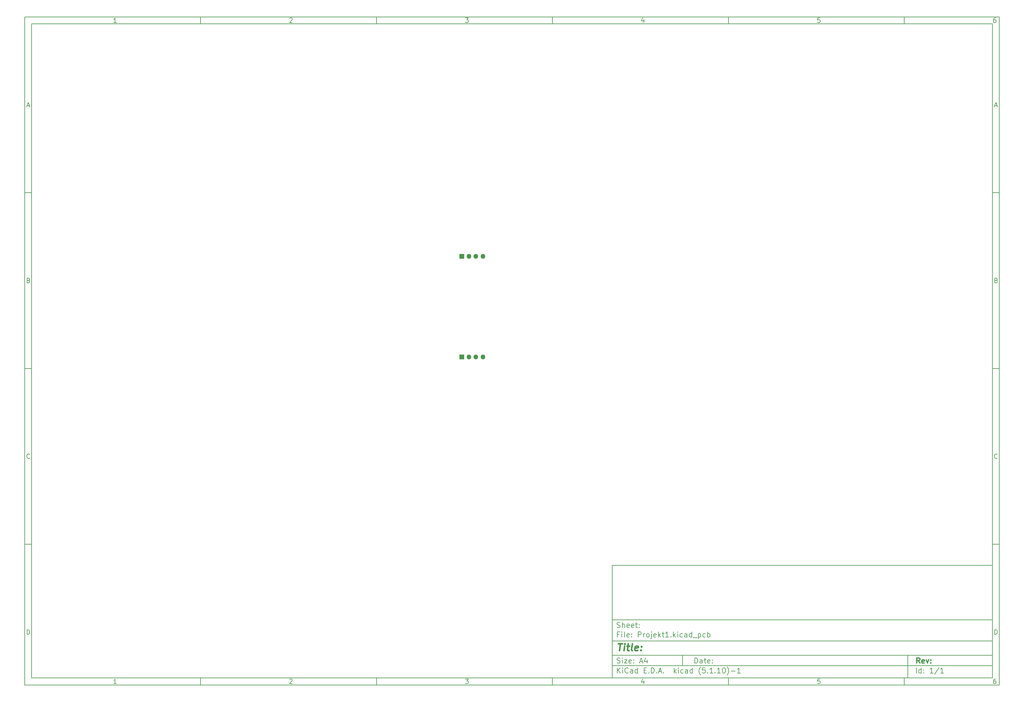
<source format=gbr>
%TF.GenerationSoftware,KiCad,Pcbnew,(5.1.10)-1*%
%TF.CreationDate,2021-11-12T10:13:00+01:00*%
%TF.ProjectId,Projekt1,50726f6a-656b-4743-912e-6b696361645f,rev?*%
%TF.SameCoordinates,Original*%
%TF.FileFunction,Soldermask,Bot*%
%TF.FilePolarity,Negative*%
%FSLAX46Y46*%
G04 Gerber Fmt 4.6, Leading zero omitted, Abs format (unit mm)*
G04 Created by KiCad (PCBNEW (5.1.10)-1) date 2021-11-12 10:13:00*
%MOMM*%
%LPD*%
G01*
G04 APERTURE LIST*
%ADD10C,0.100000*%
%ADD11C,0.150000*%
%ADD12C,0.300000*%
%ADD13C,0.400000*%
%ADD14O,1.350000X1.350000*%
%ADD15R,1.350000X1.350000*%
G04 APERTURE END LIST*
D10*
D11*
X177002200Y-166007200D02*
X177002200Y-198007200D01*
X285002200Y-198007200D01*
X285002200Y-166007200D01*
X177002200Y-166007200D01*
D10*
D11*
X10000000Y-10000000D02*
X10000000Y-200007200D01*
X287002200Y-200007200D01*
X287002200Y-10000000D01*
X10000000Y-10000000D01*
D10*
D11*
X12000000Y-12000000D02*
X12000000Y-198007200D01*
X285002200Y-198007200D01*
X285002200Y-12000000D01*
X12000000Y-12000000D01*
D10*
D11*
X60000000Y-12000000D02*
X60000000Y-10000000D01*
D10*
D11*
X110000000Y-12000000D02*
X110000000Y-10000000D01*
D10*
D11*
X160000000Y-12000000D02*
X160000000Y-10000000D01*
D10*
D11*
X210000000Y-12000000D02*
X210000000Y-10000000D01*
D10*
D11*
X260000000Y-12000000D02*
X260000000Y-10000000D01*
D10*
D11*
X36065476Y-11588095D02*
X35322619Y-11588095D01*
X35694047Y-11588095D02*
X35694047Y-10288095D01*
X35570238Y-10473809D01*
X35446428Y-10597619D01*
X35322619Y-10659523D01*
D10*
D11*
X85322619Y-10411904D02*
X85384523Y-10350000D01*
X85508333Y-10288095D01*
X85817857Y-10288095D01*
X85941666Y-10350000D01*
X86003571Y-10411904D01*
X86065476Y-10535714D01*
X86065476Y-10659523D01*
X86003571Y-10845238D01*
X85260714Y-11588095D01*
X86065476Y-11588095D01*
D10*
D11*
X135260714Y-10288095D02*
X136065476Y-10288095D01*
X135632142Y-10783333D01*
X135817857Y-10783333D01*
X135941666Y-10845238D01*
X136003571Y-10907142D01*
X136065476Y-11030952D01*
X136065476Y-11340476D01*
X136003571Y-11464285D01*
X135941666Y-11526190D01*
X135817857Y-11588095D01*
X135446428Y-11588095D01*
X135322619Y-11526190D01*
X135260714Y-11464285D01*
D10*
D11*
X185941666Y-10721428D02*
X185941666Y-11588095D01*
X185632142Y-10226190D02*
X185322619Y-11154761D01*
X186127380Y-11154761D01*
D10*
D11*
X236003571Y-10288095D02*
X235384523Y-10288095D01*
X235322619Y-10907142D01*
X235384523Y-10845238D01*
X235508333Y-10783333D01*
X235817857Y-10783333D01*
X235941666Y-10845238D01*
X236003571Y-10907142D01*
X236065476Y-11030952D01*
X236065476Y-11340476D01*
X236003571Y-11464285D01*
X235941666Y-11526190D01*
X235817857Y-11588095D01*
X235508333Y-11588095D01*
X235384523Y-11526190D01*
X235322619Y-11464285D01*
D10*
D11*
X285941666Y-10288095D02*
X285694047Y-10288095D01*
X285570238Y-10350000D01*
X285508333Y-10411904D01*
X285384523Y-10597619D01*
X285322619Y-10845238D01*
X285322619Y-11340476D01*
X285384523Y-11464285D01*
X285446428Y-11526190D01*
X285570238Y-11588095D01*
X285817857Y-11588095D01*
X285941666Y-11526190D01*
X286003571Y-11464285D01*
X286065476Y-11340476D01*
X286065476Y-11030952D01*
X286003571Y-10907142D01*
X285941666Y-10845238D01*
X285817857Y-10783333D01*
X285570238Y-10783333D01*
X285446428Y-10845238D01*
X285384523Y-10907142D01*
X285322619Y-11030952D01*
D10*
D11*
X60000000Y-198007200D02*
X60000000Y-200007200D01*
D10*
D11*
X110000000Y-198007200D02*
X110000000Y-200007200D01*
D10*
D11*
X160000000Y-198007200D02*
X160000000Y-200007200D01*
D10*
D11*
X210000000Y-198007200D02*
X210000000Y-200007200D01*
D10*
D11*
X260000000Y-198007200D02*
X260000000Y-200007200D01*
D10*
D11*
X36065476Y-199595295D02*
X35322619Y-199595295D01*
X35694047Y-199595295D02*
X35694047Y-198295295D01*
X35570238Y-198481009D01*
X35446428Y-198604819D01*
X35322619Y-198666723D01*
D10*
D11*
X85322619Y-198419104D02*
X85384523Y-198357200D01*
X85508333Y-198295295D01*
X85817857Y-198295295D01*
X85941666Y-198357200D01*
X86003571Y-198419104D01*
X86065476Y-198542914D01*
X86065476Y-198666723D01*
X86003571Y-198852438D01*
X85260714Y-199595295D01*
X86065476Y-199595295D01*
D10*
D11*
X135260714Y-198295295D02*
X136065476Y-198295295D01*
X135632142Y-198790533D01*
X135817857Y-198790533D01*
X135941666Y-198852438D01*
X136003571Y-198914342D01*
X136065476Y-199038152D01*
X136065476Y-199347676D01*
X136003571Y-199471485D01*
X135941666Y-199533390D01*
X135817857Y-199595295D01*
X135446428Y-199595295D01*
X135322619Y-199533390D01*
X135260714Y-199471485D01*
D10*
D11*
X185941666Y-198728628D02*
X185941666Y-199595295D01*
X185632142Y-198233390D02*
X185322619Y-199161961D01*
X186127380Y-199161961D01*
D10*
D11*
X236003571Y-198295295D02*
X235384523Y-198295295D01*
X235322619Y-198914342D01*
X235384523Y-198852438D01*
X235508333Y-198790533D01*
X235817857Y-198790533D01*
X235941666Y-198852438D01*
X236003571Y-198914342D01*
X236065476Y-199038152D01*
X236065476Y-199347676D01*
X236003571Y-199471485D01*
X235941666Y-199533390D01*
X235817857Y-199595295D01*
X235508333Y-199595295D01*
X235384523Y-199533390D01*
X235322619Y-199471485D01*
D10*
D11*
X285941666Y-198295295D02*
X285694047Y-198295295D01*
X285570238Y-198357200D01*
X285508333Y-198419104D01*
X285384523Y-198604819D01*
X285322619Y-198852438D01*
X285322619Y-199347676D01*
X285384523Y-199471485D01*
X285446428Y-199533390D01*
X285570238Y-199595295D01*
X285817857Y-199595295D01*
X285941666Y-199533390D01*
X286003571Y-199471485D01*
X286065476Y-199347676D01*
X286065476Y-199038152D01*
X286003571Y-198914342D01*
X285941666Y-198852438D01*
X285817857Y-198790533D01*
X285570238Y-198790533D01*
X285446428Y-198852438D01*
X285384523Y-198914342D01*
X285322619Y-199038152D01*
D10*
D11*
X10000000Y-60000000D02*
X12000000Y-60000000D01*
D10*
D11*
X10000000Y-110000000D02*
X12000000Y-110000000D01*
D10*
D11*
X10000000Y-160000000D02*
X12000000Y-160000000D01*
D10*
D11*
X10690476Y-35216666D02*
X11309523Y-35216666D01*
X10566666Y-35588095D02*
X11000000Y-34288095D01*
X11433333Y-35588095D01*
D10*
D11*
X11092857Y-84907142D02*
X11278571Y-84969047D01*
X11340476Y-85030952D01*
X11402380Y-85154761D01*
X11402380Y-85340476D01*
X11340476Y-85464285D01*
X11278571Y-85526190D01*
X11154761Y-85588095D01*
X10659523Y-85588095D01*
X10659523Y-84288095D01*
X11092857Y-84288095D01*
X11216666Y-84350000D01*
X11278571Y-84411904D01*
X11340476Y-84535714D01*
X11340476Y-84659523D01*
X11278571Y-84783333D01*
X11216666Y-84845238D01*
X11092857Y-84907142D01*
X10659523Y-84907142D01*
D10*
D11*
X11402380Y-135464285D02*
X11340476Y-135526190D01*
X11154761Y-135588095D01*
X11030952Y-135588095D01*
X10845238Y-135526190D01*
X10721428Y-135402380D01*
X10659523Y-135278571D01*
X10597619Y-135030952D01*
X10597619Y-134845238D01*
X10659523Y-134597619D01*
X10721428Y-134473809D01*
X10845238Y-134350000D01*
X11030952Y-134288095D01*
X11154761Y-134288095D01*
X11340476Y-134350000D01*
X11402380Y-134411904D01*
D10*
D11*
X10659523Y-185588095D02*
X10659523Y-184288095D01*
X10969047Y-184288095D01*
X11154761Y-184350000D01*
X11278571Y-184473809D01*
X11340476Y-184597619D01*
X11402380Y-184845238D01*
X11402380Y-185030952D01*
X11340476Y-185278571D01*
X11278571Y-185402380D01*
X11154761Y-185526190D01*
X10969047Y-185588095D01*
X10659523Y-185588095D01*
D10*
D11*
X287002200Y-60000000D02*
X285002200Y-60000000D01*
D10*
D11*
X287002200Y-110000000D02*
X285002200Y-110000000D01*
D10*
D11*
X287002200Y-160000000D02*
X285002200Y-160000000D01*
D10*
D11*
X285692676Y-35216666D02*
X286311723Y-35216666D01*
X285568866Y-35588095D02*
X286002200Y-34288095D01*
X286435533Y-35588095D01*
D10*
D11*
X286095057Y-84907142D02*
X286280771Y-84969047D01*
X286342676Y-85030952D01*
X286404580Y-85154761D01*
X286404580Y-85340476D01*
X286342676Y-85464285D01*
X286280771Y-85526190D01*
X286156961Y-85588095D01*
X285661723Y-85588095D01*
X285661723Y-84288095D01*
X286095057Y-84288095D01*
X286218866Y-84350000D01*
X286280771Y-84411904D01*
X286342676Y-84535714D01*
X286342676Y-84659523D01*
X286280771Y-84783333D01*
X286218866Y-84845238D01*
X286095057Y-84907142D01*
X285661723Y-84907142D01*
D10*
D11*
X286404580Y-135464285D02*
X286342676Y-135526190D01*
X286156961Y-135588095D01*
X286033152Y-135588095D01*
X285847438Y-135526190D01*
X285723628Y-135402380D01*
X285661723Y-135278571D01*
X285599819Y-135030952D01*
X285599819Y-134845238D01*
X285661723Y-134597619D01*
X285723628Y-134473809D01*
X285847438Y-134350000D01*
X286033152Y-134288095D01*
X286156961Y-134288095D01*
X286342676Y-134350000D01*
X286404580Y-134411904D01*
D10*
D11*
X285661723Y-185588095D02*
X285661723Y-184288095D01*
X285971247Y-184288095D01*
X286156961Y-184350000D01*
X286280771Y-184473809D01*
X286342676Y-184597619D01*
X286404580Y-184845238D01*
X286404580Y-185030952D01*
X286342676Y-185278571D01*
X286280771Y-185402380D01*
X286156961Y-185526190D01*
X285971247Y-185588095D01*
X285661723Y-185588095D01*
D10*
D11*
X200434342Y-193785771D02*
X200434342Y-192285771D01*
X200791485Y-192285771D01*
X201005771Y-192357200D01*
X201148628Y-192500057D01*
X201220057Y-192642914D01*
X201291485Y-192928628D01*
X201291485Y-193142914D01*
X201220057Y-193428628D01*
X201148628Y-193571485D01*
X201005771Y-193714342D01*
X200791485Y-193785771D01*
X200434342Y-193785771D01*
X202577200Y-193785771D02*
X202577200Y-193000057D01*
X202505771Y-192857200D01*
X202362914Y-192785771D01*
X202077200Y-192785771D01*
X201934342Y-192857200D01*
X202577200Y-193714342D02*
X202434342Y-193785771D01*
X202077200Y-193785771D01*
X201934342Y-193714342D01*
X201862914Y-193571485D01*
X201862914Y-193428628D01*
X201934342Y-193285771D01*
X202077200Y-193214342D01*
X202434342Y-193214342D01*
X202577200Y-193142914D01*
X203077200Y-192785771D02*
X203648628Y-192785771D01*
X203291485Y-192285771D02*
X203291485Y-193571485D01*
X203362914Y-193714342D01*
X203505771Y-193785771D01*
X203648628Y-193785771D01*
X204720057Y-193714342D02*
X204577200Y-193785771D01*
X204291485Y-193785771D01*
X204148628Y-193714342D01*
X204077200Y-193571485D01*
X204077200Y-193000057D01*
X204148628Y-192857200D01*
X204291485Y-192785771D01*
X204577200Y-192785771D01*
X204720057Y-192857200D01*
X204791485Y-193000057D01*
X204791485Y-193142914D01*
X204077200Y-193285771D01*
X205434342Y-193642914D02*
X205505771Y-193714342D01*
X205434342Y-193785771D01*
X205362914Y-193714342D01*
X205434342Y-193642914D01*
X205434342Y-193785771D01*
X205434342Y-192857200D02*
X205505771Y-192928628D01*
X205434342Y-193000057D01*
X205362914Y-192928628D01*
X205434342Y-192857200D01*
X205434342Y-193000057D01*
D10*
D11*
X177002200Y-194507200D02*
X285002200Y-194507200D01*
D10*
D11*
X178434342Y-196585771D02*
X178434342Y-195085771D01*
X179291485Y-196585771D02*
X178648628Y-195728628D01*
X179291485Y-195085771D02*
X178434342Y-195942914D01*
X179934342Y-196585771D02*
X179934342Y-195585771D01*
X179934342Y-195085771D02*
X179862914Y-195157200D01*
X179934342Y-195228628D01*
X180005771Y-195157200D01*
X179934342Y-195085771D01*
X179934342Y-195228628D01*
X181505771Y-196442914D02*
X181434342Y-196514342D01*
X181220057Y-196585771D01*
X181077200Y-196585771D01*
X180862914Y-196514342D01*
X180720057Y-196371485D01*
X180648628Y-196228628D01*
X180577200Y-195942914D01*
X180577200Y-195728628D01*
X180648628Y-195442914D01*
X180720057Y-195300057D01*
X180862914Y-195157200D01*
X181077200Y-195085771D01*
X181220057Y-195085771D01*
X181434342Y-195157200D01*
X181505771Y-195228628D01*
X182791485Y-196585771D02*
X182791485Y-195800057D01*
X182720057Y-195657200D01*
X182577200Y-195585771D01*
X182291485Y-195585771D01*
X182148628Y-195657200D01*
X182791485Y-196514342D02*
X182648628Y-196585771D01*
X182291485Y-196585771D01*
X182148628Y-196514342D01*
X182077200Y-196371485D01*
X182077200Y-196228628D01*
X182148628Y-196085771D01*
X182291485Y-196014342D01*
X182648628Y-196014342D01*
X182791485Y-195942914D01*
X184148628Y-196585771D02*
X184148628Y-195085771D01*
X184148628Y-196514342D02*
X184005771Y-196585771D01*
X183720057Y-196585771D01*
X183577200Y-196514342D01*
X183505771Y-196442914D01*
X183434342Y-196300057D01*
X183434342Y-195871485D01*
X183505771Y-195728628D01*
X183577200Y-195657200D01*
X183720057Y-195585771D01*
X184005771Y-195585771D01*
X184148628Y-195657200D01*
X186005771Y-195800057D02*
X186505771Y-195800057D01*
X186720057Y-196585771D02*
X186005771Y-196585771D01*
X186005771Y-195085771D01*
X186720057Y-195085771D01*
X187362914Y-196442914D02*
X187434342Y-196514342D01*
X187362914Y-196585771D01*
X187291485Y-196514342D01*
X187362914Y-196442914D01*
X187362914Y-196585771D01*
X188077200Y-196585771D02*
X188077200Y-195085771D01*
X188434342Y-195085771D01*
X188648628Y-195157200D01*
X188791485Y-195300057D01*
X188862914Y-195442914D01*
X188934342Y-195728628D01*
X188934342Y-195942914D01*
X188862914Y-196228628D01*
X188791485Y-196371485D01*
X188648628Y-196514342D01*
X188434342Y-196585771D01*
X188077200Y-196585771D01*
X189577200Y-196442914D02*
X189648628Y-196514342D01*
X189577200Y-196585771D01*
X189505771Y-196514342D01*
X189577200Y-196442914D01*
X189577200Y-196585771D01*
X190220057Y-196157200D02*
X190934342Y-196157200D01*
X190077200Y-196585771D02*
X190577200Y-195085771D01*
X191077200Y-196585771D01*
X191577200Y-196442914D02*
X191648628Y-196514342D01*
X191577200Y-196585771D01*
X191505771Y-196514342D01*
X191577200Y-196442914D01*
X191577200Y-196585771D01*
X194577200Y-196585771D02*
X194577200Y-195085771D01*
X194720057Y-196014342D02*
X195148628Y-196585771D01*
X195148628Y-195585771D02*
X194577200Y-196157200D01*
X195791485Y-196585771D02*
X195791485Y-195585771D01*
X195791485Y-195085771D02*
X195720057Y-195157200D01*
X195791485Y-195228628D01*
X195862914Y-195157200D01*
X195791485Y-195085771D01*
X195791485Y-195228628D01*
X197148628Y-196514342D02*
X197005771Y-196585771D01*
X196720057Y-196585771D01*
X196577200Y-196514342D01*
X196505771Y-196442914D01*
X196434342Y-196300057D01*
X196434342Y-195871485D01*
X196505771Y-195728628D01*
X196577200Y-195657200D01*
X196720057Y-195585771D01*
X197005771Y-195585771D01*
X197148628Y-195657200D01*
X198434342Y-196585771D02*
X198434342Y-195800057D01*
X198362914Y-195657200D01*
X198220057Y-195585771D01*
X197934342Y-195585771D01*
X197791485Y-195657200D01*
X198434342Y-196514342D02*
X198291485Y-196585771D01*
X197934342Y-196585771D01*
X197791485Y-196514342D01*
X197720057Y-196371485D01*
X197720057Y-196228628D01*
X197791485Y-196085771D01*
X197934342Y-196014342D01*
X198291485Y-196014342D01*
X198434342Y-195942914D01*
X199791485Y-196585771D02*
X199791485Y-195085771D01*
X199791485Y-196514342D02*
X199648628Y-196585771D01*
X199362914Y-196585771D01*
X199220057Y-196514342D01*
X199148628Y-196442914D01*
X199077200Y-196300057D01*
X199077200Y-195871485D01*
X199148628Y-195728628D01*
X199220057Y-195657200D01*
X199362914Y-195585771D01*
X199648628Y-195585771D01*
X199791485Y-195657200D01*
X202077200Y-197157200D02*
X202005771Y-197085771D01*
X201862914Y-196871485D01*
X201791485Y-196728628D01*
X201720057Y-196514342D01*
X201648628Y-196157200D01*
X201648628Y-195871485D01*
X201720057Y-195514342D01*
X201791485Y-195300057D01*
X201862914Y-195157200D01*
X202005771Y-194942914D01*
X202077200Y-194871485D01*
X203362914Y-195085771D02*
X202648628Y-195085771D01*
X202577200Y-195800057D01*
X202648628Y-195728628D01*
X202791485Y-195657200D01*
X203148628Y-195657200D01*
X203291485Y-195728628D01*
X203362914Y-195800057D01*
X203434342Y-195942914D01*
X203434342Y-196300057D01*
X203362914Y-196442914D01*
X203291485Y-196514342D01*
X203148628Y-196585771D01*
X202791485Y-196585771D01*
X202648628Y-196514342D01*
X202577200Y-196442914D01*
X204077200Y-196442914D02*
X204148628Y-196514342D01*
X204077200Y-196585771D01*
X204005771Y-196514342D01*
X204077200Y-196442914D01*
X204077200Y-196585771D01*
X205577200Y-196585771D02*
X204720057Y-196585771D01*
X205148628Y-196585771D02*
X205148628Y-195085771D01*
X205005771Y-195300057D01*
X204862914Y-195442914D01*
X204720057Y-195514342D01*
X206220057Y-196442914D02*
X206291485Y-196514342D01*
X206220057Y-196585771D01*
X206148628Y-196514342D01*
X206220057Y-196442914D01*
X206220057Y-196585771D01*
X207720057Y-196585771D02*
X206862914Y-196585771D01*
X207291485Y-196585771D02*
X207291485Y-195085771D01*
X207148628Y-195300057D01*
X207005771Y-195442914D01*
X206862914Y-195514342D01*
X208648628Y-195085771D02*
X208791485Y-195085771D01*
X208934342Y-195157200D01*
X209005771Y-195228628D01*
X209077200Y-195371485D01*
X209148628Y-195657200D01*
X209148628Y-196014342D01*
X209077200Y-196300057D01*
X209005771Y-196442914D01*
X208934342Y-196514342D01*
X208791485Y-196585771D01*
X208648628Y-196585771D01*
X208505771Y-196514342D01*
X208434342Y-196442914D01*
X208362914Y-196300057D01*
X208291485Y-196014342D01*
X208291485Y-195657200D01*
X208362914Y-195371485D01*
X208434342Y-195228628D01*
X208505771Y-195157200D01*
X208648628Y-195085771D01*
X209648628Y-197157200D02*
X209720057Y-197085771D01*
X209862914Y-196871485D01*
X209934342Y-196728628D01*
X210005771Y-196514342D01*
X210077200Y-196157200D01*
X210077200Y-195871485D01*
X210005771Y-195514342D01*
X209934342Y-195300057D01*
X209862914Y-195157200D01*
X209720057Y-194942914D01*
X209648628Y-194871485D01*
X210791485Y-196014342D02*
X211934342Y-196014342D01*
X213434342Y-196585771D02*
X212577200Y-196585771D01*
X213005771Y-196585771D02*
X213005771Y-195085771D01*
X212862914Y-195300057D01*
X212720057Y-195442914D01*
X212577200Y-195514342D01*
D10*
D11*
X177002200Y-191507200D02*
X285002200Y-191507200D01*
D10*
D12*
X264411485Y-193785771D02*
X263911485Y-193071485D01*
X263554342Y-193785771D02*
X263554342Y-192285771D01*
X264125771Y-192285771D01*
X264268628Y-192357200D01*
X264340057Y-192428628D01*
X264411485Y-192571485D01*
X264411485Y-192785771D01*
X264340057Y-192928628D01*
X264268628Y-193000057D01*
X264125771Y-193071485D01*
X263554342Y-193071485D01*
X265625771Y-193714342D02*
X265482914Y-193785771D01*
X265197200Y-193785771D01*
X265054342Y-193714342D01*
X264982914Y-193571485D01*
X264982914Y-193000057D01*
X265054342Y-192857200D01*
X265197200Y-192785771D01*
X265482914Y-192785771D01*
X265625771Y-192857200D01*
X265697200Y-193000057D01*
X265697200Y-193142914D01*
X264982914Y-193285771D01*
X266197200Y-192785771D02*
X266554342Y-193785771D01*
X266911485Y-192785771D01*
X267482914Y-193642914D02*
X267554342Y-193714342D01*
X267482914Y-193785771D01*
X267411485Y-193714342D01*
X267482914Y-193642914D01*
X267482914Y-193785771D01*
X267482914Y-192857200D02*
X267554342Y-192928628D01*
X267482914Y-193000057D01*
X267411485Y-192928628D01*
X267482914Y-192857200D01*
X267482914Y-193000057D01*
D10*
D11*
X178362914Y-193714342D02*
X178577200Y-193785771D01*
X178934342Y-193785771D01*
X179077200Y-193714342D01*
X179148628Y-193642914D01*
X179220057Y-193500057D01*
X179220057Y-193357200D01*
X179148628Y-193214342D01*
X179077200Y-193142914D01*
X178934342Y-193071485D01*
X178648628Y-193000057D01*
X178505771Y-192928628D01*
X178434342Y-192857200D01*
X178362914Y-192714342D01*
X178362914Y-192571485D01*
X178434342Y-192428628D01*
X178505771Y-192357200D01*
X178648628Y-192285771D01*
X179005771Y-192285771D01*
X179220057Y-192357200D01*
X179862914Y-193785771D02*
X179862914Y-192785771D01*
X179862914Y-192285771D02*
X179791485Y-192357200D01*
X179862914Y-192428628D01*
X179934342Y-192357200D01*
X179862914Y-192285771D01*
X179862914Y-192428628D01*
X180434342Y-192785771D02*
X181220057Y-192785771D01*
X180434342Y-193785771D01*
X181220057Y-193785771D01*
X182362914Y-193714342D02*
X182220057Y-193785771D01*
X181934342Y-193785771D01*
X181791485Y-193714342D01*
X181720057Y-193571485D01*
X181720057Y-193000057D01*
X181791485Y-192857200D01*
X181934342Y-192785771D01*
X182220057Y-192785771D01*
X182362914Y-192857200D01*
X182434342Y-193000057D01*
X182434342Y-193142914D01*
X181720057Y-193285771D01*
X183077200Y-193642914D02*
X183148628Y-193714342D01*
X183077200Y-193785771D01*
X183005771Y-193714342D01*
X183077200Y-193642914D01*
X183077200Y-193785771D01*
X183077200Y-192857200D02*
X183148628Y-192928628D01*
X183077200Y-193000057D01*
X183005771Y-192928628D01*
X183077200Y-192857200D01*
X183077200Y-193000057D01*
X184862914Y-193357200D02*
X185577200Y-193357200D01*
X184720057Y-193785771D02*
X185220057Y-192285771D01*
X185720057Y-193785771D01*
X186862914Y-192785771D02*
X186862914Y-193785771D01*
X186505771Y-192214342D02*
X186148628Y-193285771D01*
X187077200Y-193285771D01*
D10*
D11*
X263434342Y-196585771D02*
X263434342Y-195085771D01*
X264791485Y-196585771D02*
X264791485Y-195085771D01*
X264791485Y-196514342D02*
X264648628Y-196585771D01*
X264362914Y-196585771D01*
X264220057Y-196514342D01*
X264148628Y-196442914D01*
X264077200Y-196300057D01*
X264077200Y-195871485D01*
X264148628Y-195728628D01*
X264220057Y-195657200D01*
X264362914Y-195585771D01*
X264648628Y-195585771D01*
X264791485Y-195657200D01*
X265505771Y-196442914D02*
X265577200Y-196514342D01*
X265505771Y-196585771D01*
X265434342Y-196514342D01*
X265505771Y-196442914D01*
X265505771Y-196585771D01*
X265505771Y-195657200D02*
X265577200Y-195728628D01*
X265505771Y-195800057D01*
X265434342Y-195728628D01*
X265505771Y-195657200D01*
X265505771Y-195800057D01*
X268148628Y-196585771D02*
X267291485Y-196585771D01*
X267720057Y-196585771D02*
X267720057Y-195085771D01*
X267577200Y-195300057D01*
X267434342Y-195442914D01*
X267291485Y-195514342D01*
X269862914Y-195014342D02*
X268577200Y-196942914D01*
X271148628Y-196585771D02*
X270291485Y-196585771D01*
X270720057Y-196585771D02*
X270720057Y-195085771D01*
X270577200Y-195300057D01*
X270434342Y-195442914D01*
X270291485Y-195514342D01*
D10*
D11*
X177002200Y-187507200D02*
X285002200Y-187507200D01*
D10*
D13*
X178714580Y-188211961D02*
X179857438Y-188211961D01*
X179036009Y-190211961D02*
X179286009Y-188211961D01*
X180274104Y-190211961D02*
X180440771Y-188878628D01*
X180524104Y-188211961D02*
X180416961Y-188307200D01*
X180500295Y-188402438D01*
X180607438Y-188307200D01*
X180524104Y-188211961D01*
X180500295Y-188402438D01*
X181107438Y-188878628D02*
X181869342Y-188878628D01*
X181476485Y-188211961D02*
X181262200Y-189926247D01*
X181333628Y-190116723D01*
X181512200Y-190211961D01*
X181702676Y-190211961D01*
X182655057Y-190211961D02*
X182476485Y-190116723D01*
X182405057Y-189926247D01*
X182619342Y-188211961D01*
X184190771Y-190116723D02*
X183988390Y-190211961D01*
X183607438Y-190211961D01*
X183428866Y-190116723D01*
X183357438Y-189926247D01*
X183452676Y-189164342D01*
X183571723Y-188973866D01*
X183774104Y-188878628D01*
X184155057Y-188878628D01*
X184333628Y-188973866D01*
X184405057Y-189164342D01*
X184381247Y-189354819D01*
X183405057Y-189545295D01*
X185155057Y-190021485D02*
X185238390Y-190116723D01*
X185131247Y-190211961D01*
X185047914Y-190116723D01*
X185155057Y-190021485D01*
X185131247Y-190211961D01*
X185286009Y-188973866D02*
X185369342Y-189069104D01*
X185262200Y-189164342D01*
X185178866Y-189069104D01*
X185286009Y-188973866D01*
X185262200Y-189164342D01*
D10*
D11*
X178934342Y-185600057D02*
X178434342Y-185600057D01*
X178434342Y-186385771D02*
X178434342Y-184885771D01*
X179148628Y-184885771D01*
X179720057Y-186385771D02*
X179720057Y-185385771D01*
X179720057Y-184885771D02*
X179648628Y-184957200D01*
X179720057Y-185028628D01*
X179791485Y-184957200D01*
X179720057Y-184885771D01*
X179720057Y-185028628D01*
X180648628Y-186385771D02*
X180505771Y-186314342D01*
X180434342Y-186171485D01*
X180434342Y-184885771D01*
X181791485Y-186314342D02*
X181648628Y-186385771D01*
X181362914Y-186385771D01*
X181220057Y-186314342D01*
X181148628Y-186171485D01*
X181148628Y-185600057D01*
X181220057Y-185457200D01*
X181362914Y-185385771D01*
X181648628Y-185385771D01*
X181791485Y-185457200D01*
X181862914Y-185600057D01*
X181862914Y-185742914D01*
X181148628Y-185885771D01*
X182505771Y-186242914D02*
X182577200Y-186314342D01*
X182505771Y-186385771D01*
X182434342Y-186314342D01*
X182505771Y-186242914D01*
X182505771Y-186385771D01*
X182505771Y-185457200D02*
X182577200Y-185528628D01*
X182505771Y-185600057D01*
X182434342Y-185528628D01*
X182505771Y-185457200D01*
X182505771Y-185600057D01*
X184362914Y-186385771D02*
X184362914Y-184885771D01*
X184934342Y-184885771D01*
X185077200Y-184957200D01*
X185148628Y-185028628D01*
X185220057Y-185171485D01*
X185220057Y-185385771D01*
X185148628Y-185528628D01*
X185077200Y-185600057D01*
X184934342Y-185671485D01*
X184362914Y-185671485D01*
X185862914Y-186385771D02*
X185862914Y-185385771D01*
X185862914Y-185671485D02*
X185934342Y-185528628D01*
X186005771Y-185457200D01*
X186148628Y-185385771D01*
X186291485Y-185385771D01*
X187005771Y-186385771D02*
X186862914Y-186314342D01*
X186791485Y-186242914D01*
X186720057Y-186100057D01*
X186720057Y-185671485D01*
X186791485Y-185528628D01*
X186862914Y-185457200D01*
X187005771Y-185385771D01*
X187220057Y-185385771D01*
X187362914Y-185457200D01*
X187434342Y-185528628D01*
X187505771Y-185671485D01*
X187505771Y-186100057D01*
X187434342Y-186242914D01*
X187362914Y-186314342D01*
X187220057Y-186385771D01*
X187005771Y-186385771D01*
X188148628Y-185385771D02*
X188148628Y-186671485D01*
X188077200Y-186814342D01*
X187934342Y-186885771D01*
X187862914Y-186885771D01*
X188148628Y-184885771D02*
X188077200Y-184957200D01*
X188148628Y-185028628D01*
X188220057Y-184957200D01*
X188148628Y-184885771D01*
X188148628Y-185028628D01*
X189434342Y-186314342D02*
X189291485Y-186385771D01*
X189005771Y-186385771D01*
X188862914Y-186314342D01*
X188791485Y-186171485D01*
X188791485Y-185600057D01*
X188862914Y-185457200D01*
X189005771Y-185385771D01*
X189291485Y-185385771D01*
X189434342Y-185457200D01*
X189505771Y-185600057D01*
X189505771Y-185742914D01*
X188791485Y-185885771D01*
X190148628Y-186385771D02*
X190148628Y-184885771D01*
X190291485Y-185814342D02*
X190720057Y-186385771D01*
X190720057Y-185385771D02*
X190148628Y-185957200D01*
X191148628Y-185385771D02*
X191720057Y-185385771D01*
X191362914Y-184885771D02*
X191362914Y-186171485D01*
X191434342Y-186314342D01*
X191577200Y-186385771D01*
X191720057Y-186385771D01*
X193005771Y-186385771D02*
X192148628Y-186385771D01*
X192577200Y-186385771D02*
X192577200Y-184885771D01*
X192434342Y-185100057D01*
X192291485Y-185242914D01*
X192148628Y-185314342D01*
X193648628Y-186242914D02*
X193720057Y-186314342D01*
X193648628Y-186385771D01*
X193577200Y-186314342D01*
X193648628Y-186242914D01*
X193648628Y-186385771D01*
X194362914Y-186385771D02*
X194362914Y-184885771D01*
X194505771Y-185814342D02*
X194934342Y-186385771D01*
X194934342Y-185385771D02*
X194362914Y-185957200D01*
X195577200Y-186385771D02*
X195577200Y-185385771D01*
X195577200Y-184885771D02*
X195505771Y-184957200D01*
X195577200Y-185028628D01*
X195648628Y-184957200D01*
X195577200Y-184885771D01*
X195577200Y-185028628D01*
X196934342Y-186314342D02*
X196791485Y-186385771D01*
X196505771Y-186385771D01*
X196362914Y-186314342D01*
X196291485Y-186242914D01*
X196220057Y-186100057D01*
X196220057Y-185671485D01*
X196291485Y-185528628D01*
X196362914Y-185457200D01*
X196505771Y-185385771D01*
X196791485Y-185385771D01*
X196934342Y-185457200D01*
X198220057Y-186385771D02*
X198220057Y-185600057D01*
X198148628Y-185457200D01*
X198005771Y-185385771D01*
X197720057Y-185385771D01*
X197577200Y-185457200D01*
X198220057Y-186314342D02*
X198077200Y-186385771D01*
X197720057Y-186385771D01*
X197577200Y-186314342D01*
X197505771Y-186171485D01*
X197505771Y-186028628D01*
X197577200Y-185885771D01*
X197720057Y-185814342D01*
X198077200Y-185814342D01*
X198220057Y-185742914D01*
X199577200Y-186385771D02*
X199577200Y-184885771D01*
X199577200Y-186314342D02*
X199434342Y-186385771D01*
X199148628Y-186385771D01*
X199005771Y-186314342D01*
X198934342Y-186242914D01*
X198862914Y-186100057D01*
X198862914Y-185671485D01*
X198934342Y-185528628D01*
X199005771Y-185457200D01*
X199148628Y-185385771D01*
X199434342Y-185385771D01*
X199577200Y-185457200D01*
X199934342Y-186528628D02*
X201077200Y-186528628D01*
X201434342Y-185385771D02*
X201434342Y-186885771D01*
X201434342Y-185457200D02*
X201577200Y-185385771D01*
X201862914Y-185385771D01*
X202005771Y-185457200D01*
X202077200Y-185528628D01*
X202148628Y-185671485D01*
X202148628Y-186100057D01*
X202077200Y-186242914D01*
X202005771Y-186314342D01*
X201862914Y-186385771D01*
X201577200Y-186385771D01*
X201434342Y-186314342D01*
X203434342Y-186314342D02*
X203291485Y-186385771D01*
X203005771Y-186385771D01*
X202862914Y-186314342D01*
X202791485Y-186242914D01*
X202720057Y-186100057D01*
X202720057Y-185671485D01*
X202791485Y-185528628D01*
X202862914Y-185457200D01*
X203005771Y-185385771D01*
X203291485Y-185385771D01*
X203434342Y-185457200D01*
X204077200Y-186385771D02*
X204077200Y-184885771D01*
X204077200Y-185457200D02*
X204220057Y-185385771D01*
X204505771Y-185385771D01*
X204648628Y-185457200D01*
X204720057Y-185528628D01*
X204791485Y-185671485D01*
X204791485Y-186100057D01*
X204720057Y-186242914D01*
X204648628Y-186314342D01*
X204505771Y-186385771D01*
X204220057Y-186385771D01*
X204077200Y-186314342D01*
D10*
D11*
X177002200Y-181507200D02*
X285002200Y-181507200D01*
D10*
D11*
X178362914Y-183614342D02*
X178577200Y-183685771D01*
X178934342Y-183685771D01*
X179077200Y-183614342D01*
X179148628Y-183542914D01*
X179220057Y-183400057D01*
X179220057Y-183257200D01*
X179148628Y-183114342D01*
X179077200Y-183042914D01*
X178934342Y-182971485D01*
X178648628Y-182900057D01*
X178505771Y-182828628D01*
X178434342Y-182757200D01*
X178362914Y-182614342D01*
X178362914Y-182471485D01*
X178434342Y-182328628D01*
X178505771Y-182257200D01*
X178648628Y-182185771D01*
X179005771Y-182185771D01*
X179220057Y-182257200D01*
X179862914Y-183685771D02*
X179862914Y-182185771D01*
X180505771Y-183685771D02*
X180505771Y-182900057D01*
X180434342Y-182757200D01*
X180291485Y-182685771D01*
X180077200Y-182685771D01*
X179934342Y-182757200D01*
X179862914Y-182828628D01*
X181791485Y-183614342D02*
X181648628Y-183685771D01*
X181362914Y-183685771D01*
X181220057Y-183614342D01*
X181148628Y-183471485D01*
X181148628Y-182900057D01*
X181220057Y-182757200D01*
X181362914Y-182685771D01*
X181648628Y-182685771D01*
X181791485Y-182757200D01*
X181862914Y-182900057D01*
X181862914Y-183042914D01*
X181148628Y-183185771D01*
X183077200Y-183614342D02*
X182934342Y-183685771D01*
X182648628Y-183685771D01*
X182505771Y-183614342D01*
X182434342Y-183471485D01*
X182434342Y-182900057D01*
X182505771Y-182757200D01*
X182648628Y-182685771D01*
X182934342Y-182685771D01*
X183077200Y-182757200D01*
X183148628Y-182900057D01*
X183148628Y-183042914D01*
X182434342Y-183185771D01*
X183577200Y-182685771D02*
X184148628Y-182685771D01*
X183791485Y-182185771D02*
X183791485Y-183471485D01*
X183862914Y-183614342D01*
X184005771Y-183685771D01*
X184148628Y-183685771D01*
X184648628Y-183542914D02*
X184720057Y-183614342D01*
X184648628Y-183685771D01*
X184577200Y-183614342D01*
X184648628Y-183542914D01*
X184648628Y-183685771D01*
X184648628Y-182757200D02*
X184720057Y-182828628D01*
X184648628Y-182900057D01*
X184577200Y-182828628D01*
X184648628Y-182757200D01*
X184648628Y-182900057D01*
D10*
D11*
X197002200Y-191507200D02*
X197002200Y-194507200D01*
D10*
D11*
X261002200Y-191507200D02*
X261002200Y-198007200D01*
D14*
%TO.C,J2*%
X140250000Y-106750000D03*
X138250000Y-106750000D03*
X136250000Y-106750000D03*
D15*
X134250000Y-106750000D03*
%TD*%
D14*
%TO.C,J1*%
X140250000Y-78105000D03*
X138250000Y-78105000D03*
X136250000Y-78105000D03*
D15*
X134250000Y-78105000D03*
%TD*%
M02*

</source>
